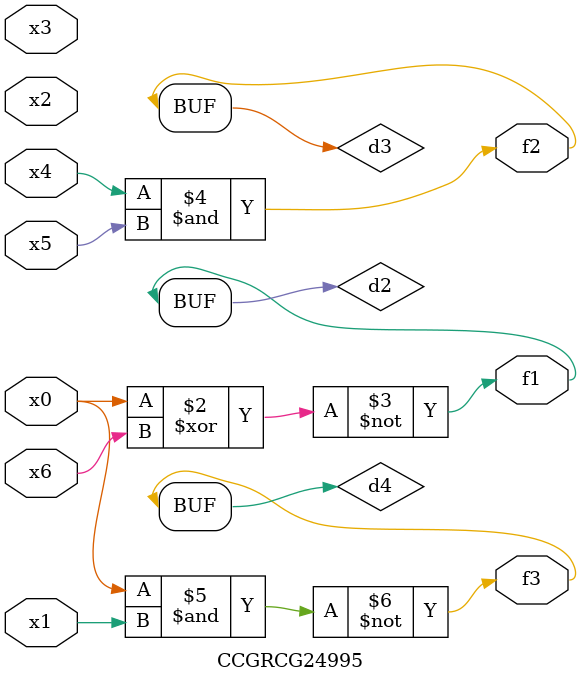
<source format=v>
module CCGRCG24995(
	input x0, x1, x2, x3, x4, x5, x6,
	output f1, f2, f3
);

	wire d1, d2, d3, d4;

	nor (d1, x0);
	xnor (d2, x0, x6);
	and (d3, x4, x5);
	nand (d4, x0, x1);
	assign f1 = d2;
	assign f2 = d3;
	assign f3 = d4;
endmodule

</source>
